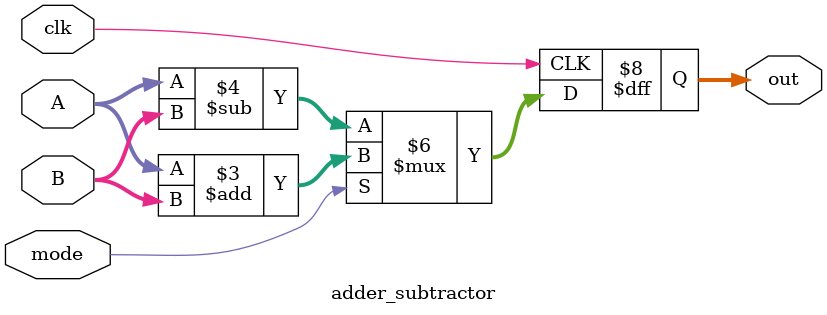
<source format=v>
module adder_subtractor (
    input clk,
    input [3:0] A,
    input [3:0] B,
    input mode,
    output reg [3:0] out
);

always @(posedge clk) begin
    if (mode == 1'b1) // Addition
        out <= A + B;
    else // Subtraction
        out <= A - B;
end

endmodule
</source>
